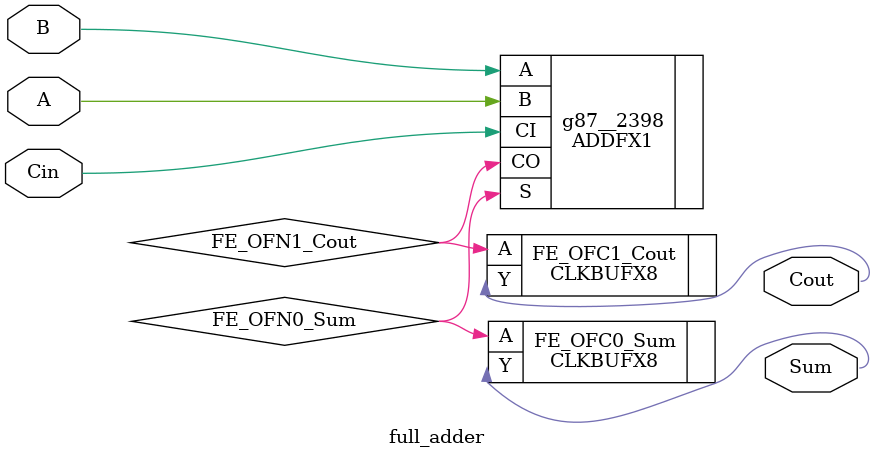
<source format=v>
/*
###############################################################
#  Generated by:      Cadence Innovus 21.15-s110_1
#  OS:                Linux x86_64(Host ID cadence1)
#  Generated on:      Thu Aug 21 17:22:00 2025
#  Design:            full_adder
#  Command:           saveNetlist routing_netlist.v
###############################################################
*/
// Generated by Cadence Genus(TM) Synthesis Solution 21.14-s082_1
// Generated on: Aug 16 2025 10:07:15 IST (Aug 16 2025 04:37:15 UTC)
// Verification Directory fv/full_adder 
module full_adder (
	A, 
	B, 
	Cin, 
	Sum, 
	Cout);
   input A;
   input B;
   input Cin;
   output Sum;
   output Cout;

   // Internal wires
   wire FE_OFN1_Cout;
   wire FE_OFN0_Sum;

   CLKBUFX8 FE_OFC1_Cout (.A(FE_OFN1_Cout),
	.Y(Cout));
   CLKBUFX8 FE_OFC0_Sum (.A(FE_OFN0_Sum),
	.Y(Sum));
   ADDFX1 g87__2398 (.A(B),
	.B(A),
	.CI(Cin),
	.CO(FE_OFN1_Cout),
	.S(FE_OFN0_Sum));
endmodule

</source>
